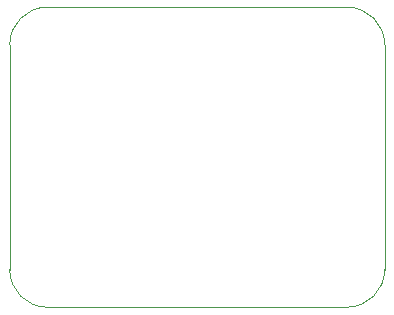
<source format=gbr>
%TF.GenerationSoftware,KiCad,Pcbnew,8.0.0*%
%TF.CreationDate,2024-05-05T15:44:05-04:00*%
%TF.ProjectId,S-Band Driver Amplifier,532d4261-6e64-4204-9472-697665722041,v1.0*%
%TF.SameCoordinates,Original*%
%TF.FileFunction,Profile,NP*%
%FSLAX46Y46*%
G04 Gerber Fmt 4.6, Leading zero omitted, Abs format (unit mm)*
G04 Created by KiCad (PCBNEW 8.0.0) date 2024-05-05 15:44:05*
%MOMM*%
%LPD*%
G01*
G04 APERTURE LIST*
%TA.AperFunction,Profile*%
%ADD10C,0.050000*%
%TD*%
G04 APERTURE END LIST*
D10*
X136525000Y-66675000D02*
G75*
G02*
X133350000Y-69850000I-3175000J0D01*
G01*
X107950000Y-69850000D02*
G75*
G02*
X104775000Y-66675000I0J3175000D01*
G01*
X104775000Y-47625000D02*
G75*
G02*
X107950000Y-44450000I3175000J0D01*
G01*
X133350000Y-44450000D02*
G75*
G02*
X136525000Y-47625000I0J-3175000D01*
G01*
X104775000Y-66675000D02*
X104775000Y-47625000D01*
X133350000Y-69850000D02*
X107950000Y-69850000D01*
X136525000Y-47625000D02*
X136525000Y-66675000D01*
X107950000Y-44450000D02*
X133350000Y-44450000D01*
M02*

</source>
